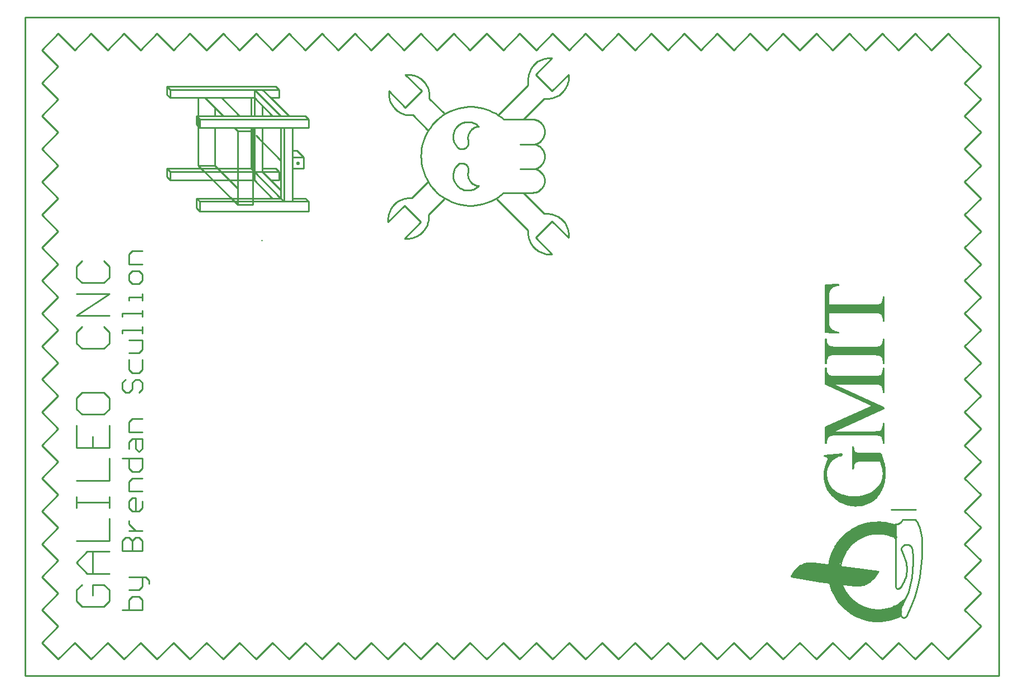
<source format=gtl>
%FSLAX34Y34*%
%MOMM*%
%ADD10C,0.253999*%
%ADD11C,0.127000*%
G54D10*
X0Y0D02*
X1477499D01*
Y999999*
X0*
Y0*
X24999Y49999D02*
X49999Y24999D01*
X74999Y49999*
X99999Y24999*
X124999Y49999*
X149999Y24999*
X174999Y49999*
X199999Y24999*
X224999Y49999*
X249999Y24999*
X274999Y49999*
X299999Y24999*
X324999Y49999*
X349999Y24999*
X374999Y49999*
X399999Y24999*
X424999Y49999*
X449999Y24999*
X474999Y49999*
X499999Y24999D01*
X524999Y49999*
X549999Y24999*
X574999Y49999*
X599999Y24999*
X624999Y49999*
X649999Y24999*
X674999Y49999*
X699999Y24999*
X724999Y49999*
X749999Y24999*
X774999Y49999*
X799999Y24999*
X824999Y49999*
X849999Y24999*
X874999Y49999*
X899999Y24999*
X924999Y49999*
X949999Y24999*
X974999Y49999*
X999999Y24999*
X1024999Y49999*
X1049999Y24999*
X1074999Y49999*
X1099999Y24999*
X1124999Y49999*
X1149999Y24999*
X1174999Y49999*
X1199999Y24999*
X1224999Y49999*
X1249999Y24999*
X1274999Y49999*
X1299999Y24999*
X1324999Y49999*
X1349999Y24999*
X1374999Y49999*
X1399999Y24999D01*
X1424999Y49999*
X1399999Y24999*
X1424999Y49999D02*
X1449999Y74999D01*
X1424999Y99999*
X1449999Y124999*
X1424999Y149999*
X1449999Y174999*
X1424999Y199999*
X1449999Y224999*
X1424999Y249999*
X1449999Y274999*
X1424999Y299999*
X1449999Y324999*
X1424999Y349999*
X1449999Y374999*
X1424999Y399999*
X1449999Y424999*
X1424999Y449999*
X1449999Y474999*
X1424999Y499999*
X1449999Y524999*
X1424999Y549999*
X1449999Y574999*
X1424999Y599999*
X1449999Y624999*
X1424999Y649999*
X1449999Y674999*
X1424999Y699999*
X1449999Y724999*
X1424999Y749999*
X1449999Y774999*
X1424999Y799999*
X1449999Y824999*
X1424999Y849999*
X1449999Y874999*
X1424999Y899999*
X1449999Y924999*
X1424999Y949999*
X1399999Y974999D01*
X1374999Y949999*
X1349999Y974999*
X1324999Y949999*
X1299999Y974999*
X1274999Y949999*
X1249999Y974999*
X1224999Y949999*
X1199999Y974999*
X1174999Y949999D01*
X1149999Y974999*
X1124999Y949999*
X1099999Y974999*
X1074999Y949999*
X1049999Y974999*
X1024999Y949999*
X999999Y974999*
X974999Y949999*
X949999Y974999*
X924999Y949999*
X899999Y974999D01*
X874999Y949999*
X849999Y974999*
X824999Y949999*
X799999Y974999*
X774999Y949999*
X749999Y974999*
X724999Y949999*
X699999Y974999*
X674999Y949999*
X649999Y974999*
X624999Y949999D01*
X599999Y974999*
X574999Y949999*
X549999Y974999*
X524999Y949999*
X499999Y974999*
X474999Y949999*
X449999Y974999*
X424999Y949999*
X399999Y974999*
X374999Y949999*
X349999Y974999*
X324999Y949999*
X299999Y974999*
X274999Y949999*
X249999Y974999*
X224999Y949999D01*
X199999Y974999*
X174999Y949999*
X149999Y974999*
X124999Y949999*
X99999Y974999*
X74999Y949999*
X49999Y974999*
X24999Y949999*
X49999Y924999*
X24999Y899999*
X49999Y874999*
X24999Y849999*
X49999Y824999*
X24999Y799999*
X49999Y774999*
X24999Y749999*
X49999Y724999*
X24999Y699999*
X49999Y674999*
X24999Y649999*
X49999Y624999*
X24999Y599999*
X49999Y574999*
X24999Y549999*
X49999Y524999*
X24999Y499999*
X49999Y474999D01*
X24999Y449999*
X49999Y424999*
X24999Y399999*
X49999Y374999*
X24999Y349999*
X49999Y324999*
X24999Y299999*
X49999Y274999*
X24999Y249999*
X49999Y224999*
X24999Y199999*
X49999Y174999*
X24999Y149999*
X49999Y124999*
X24999Y99999*
X49999Y74999*
X24999Y49999*
X77515Y113330D02*
X85846Y104999D01*
X119168*
X127499Y113330*
Y129991*
X119168Y138322*
X102507*
Y121660*
X77515Y113330D02*
Y129991D01*
X85846Y138322*
X94176Y154983D02*
X77515Y171644D01*
X94176Y188305*
X127499*
X102507*
Y154983*
X94176D02*
X127499D01*
X162504Y119993D02*
X157505Y114994D01*
Y99999*
X147509D02*
X177499D01*
Y114994*
X172501Y119993*
X167502*
X162504*
X187496Y139986D02*
Y144985D01*
X182497Y149983*
X177499*
X157505*
Y129989D02*
X172501D01*
X177499Y134988*
Y149983*
Y189970D02*
Y204965D01*
X172501Y209963*
X167502*
X162504Y204965*
Y189970*
Y204965*
X157505Y209963*
X152507*
X147509Y204965*
Y189970*
X177499*
Y219960D02*
X167502D01*
X162504Y224959*
X157505Y229957*
Y234955*
X162504Y249950D02*
X157505Y254949D01*
Y264946*
X162504Y269944*
X167502*
Y249950*
X172501D02*
X162504D01*
X172501D02*
X177499Y254949D01*
Y264946*
Y219960D02*
X157505D01*
X127499Y238289D02*
Y204967D01*
X77515*
X127499Y254951D02*
Y271612D01*
Y296604D02*
Y329926D01*
Y296604D02*
X77515D01*
Y271612D02*
Y263281D01*
X127499*
Y254951*
X157505Y279941D02*
Y294936D01*
X162504Y299934*
X177499*
Y279941D02*
X157505D01*
X162504Y309931D02*
X157505Y314929D01*
Y329925*
X147509D02*
X177499D01*
Y314929*
X172501Y309931*
X162504*
X172501Y339921D02*
X167502Y344920D01*
Y359915*
X162504D02*
X177499D01*
Y344920*
X172501Y339921*
X157505Y344920D02*
Y354916D01*
X162504Y359915*
X157505Y369912D02*
Y384907D01*
X162504Y389905*
X177499*
Y369912D02*
X157505D01*
X127499Y379910D02*
Y346588D01*
X77515*
Y379910*
Y404902D02*
X85846Y396571D01*
X119168*
X127499Y404902*
Y421563*
X119168Y429895*
X85846*
X77515Y421563*
Y404902*
X102507Y363249D02*
Y346588D01*
X77515Y271612D02*
Y254951D01*
X152507Y429892D02*
X157505D01*
X162504Y434891*
Y444887*
X167502Y449886*
X172501*
X177499Y444887*
Y434891*
X172501Y429892*
X152507D02*
X147509Y434891D01*
Y444887*
X152507Y449886*
X157505Y464881D02*
X162504Y459882D01*
X172501*
X177499Y464881*
Y479876*
X172501Y489873D02*
X177499Y494871D01*
Y509866*
X157505*
Y489873D02*
X172501D01*
X157505Y479876D02*
Y464881D01*
X119168Y496539D02*
X127499Y504870D01*
Y521531*
X119168Y529862*
Y496539D02*
X85846D01*
X77515Y504870*
Y521531*
X85846Y529862*
X127499Y546523D02*
X77515D01*
X127499Y579846*
X77515*
X119168Y596507D02*
X127499Y604837D01*
Y621499*
X119168Y629829*
Y596507D02*
X85846D01*
X77515Y604837*
Y621499*
X85846Y629829*
X157505Y574845D02*
Y569847D01*
Y574845D02*
X177499D01*
Y579844*
Y569847*
Y554852D02*
Y549853D01*
X147509*
Y544855*
Y524862D02*
Y519863D01*
Y524862D02*
X177499D01*
Y529860*
Y519863*
Y544855D02*
Y554852D01*
Y599837D02*
Y609834D01*
X172501Y614832*
X162504*
X157505Y609834*
Y599837*
X162504Y594839*
X172501*
X177499Y599837*
Y624829D02*
X157505D01*
Y639824*
X162504Y644823*
X177499*
X259999Y709999D02*
Y724999D01*
X387499*
Y832499*
Y849999D02*
X347499Y889999D01*
Y877499*
X374999Y849999*
X359999D02*
Y864999D01*
Y889999D02*
X372499Y877499D01*
X399999Y849999*
X404999Y832499D02*
X429999D01*
Y844999*
X424999Y849999*
X259999*
X264999Y844999*
X429999*
X404999Y832499D02*
X392499D01*
X264999*
Y844999*
X259999Y849999D02*
Y837499D01*
X264999Y832499*
X287499D02*
Y774999D01*
X322499Y739999*
X347499Y752499D02*
X374999Y724999D01*
X387499D02*
X392499Y719999D01*
Y832499*
X404999D02*
Y719999D01*
Y722499*
Y724999D02*
X424999D01*
X429999Y719999*
X264999*
X259999Y724999*
X264999Y719999D02*
Y704999D01*
X274999*
X429999*
Y719999*
X422499Y769999D02*
Y787499D01*
X412499Y797499*
X404999*
Y787499D02*
X422499D01*
X414999Y779999D02*
X412499D01*
X414999Y777499*
Y779999*
X412499D02*
Y777499D01*
X414999*
X422499Y769999D02*
X404999D01*
X379999D02*
X384999Y764999D01*
Y752499*
X372499*
X387499Y737499D02*
X359999Y764999D01*
Y832499*
X372499Y877499D02*
X384999D01*
Y889999*
X379999Y894999*
X214999*
X219999Y889999*
X384999*
X347499Y877499D02*
Y849999D01*
X342499D02*
Y877499D01*
X347499*
X219999*
Y889999*
Y877499D02*
X214999Y882499D01*
Y894999*
X262499Y877499D02*
Y774999D01*
X287499*
X347499Y752499D02*
Y764999D01*
Y832499*
X342499D02*
X347499Y827499D01*
X322499*
X317500Y832499*
X299999Y849999D02*
X272499Y877499D01*
X286249Y863749D02*
X287499Y862499D01*
Y849999*
X349999Y819999D02*
X387499Y782499D01*
X379999Y769999D02*
X359999D01*
X384999Y764999D02*
X222499D01*
X219999*
Y752499*
X347499*
X344999Y714999D02*
Y827499D01*
X342499Y832499D02*
Y769999D01*
X347499Y764999*
X387499Y724999*
X342499Y769999D02*
X214999D01*
X219999Y764999*
Y752499D02*
X214999Y757499D01*
Y769999*
X259999Y709999D02*
X264999Y704999D01*
X317500Y719999D02*
X322499Y714999D01*
X344999*
X322499D02*
Y827499D01*
X324999Y849999D02*
X297499Y877499D01*
X262499Y774999D02*
X317500Y719999D01*
X358749Y660753D02*
D01*
X550499Y689004D02*
D01*
X575499Y714004*
X600499Y689004*
X575499Y664004*
D01*
X577776Y663822*
X580059Y663799*
X582338Y663935*
X584603Y664230*
X586841Y664682*
X589043Y665289*
X591196Y666048*
X593292Y666955*
X595319Y668007*
X597267Y669198*
X599128Y670521*
X600892Y671971*
X602551Y673540*
X604096Y675222*
X605520Y677007*
X606816Y678887*
X607978Y680853*
X609000Y682895*
X609877Y685003*
X610604Y687168*
X611179Y689378*
X611599Y691622*
X611860Y693891*
X611963Y696172*
X611907Y698455*
X611749Y700254*
X635499Y724004*
X610499Y749004D02*
X586749Y725254D01*
D01*
X584473Y725437*
X582190Y725460*
X579910Y725324*
X577646Y725029*
X575408Y724577*
X573206Y723970*
X571053Y723211*
X568957Y722303*
X566930Y721252*
X564981Y720061*
X563121Y718738*
X561357Y717288*
X559698Y715718*
X558153Y714037*
X556729Y712252*
X555432Y710372*
X554271Y708406*
X553249Y706364*
X552372Y704255*
X551644Y702091*
X551070Y699881*
X550650Y697636*
X550388Y695368*
X550285Y693087*
X550342Y690804*
X550499Y689004*
X656980Y776564D02*
D01*
X655823Y775501*
X654743Y774359*
X653745Y773145*
X652834Y771865*
X652015Y770523*
X651291Y769129*
X650666Y767686*
X650144Y766204*
X649726Y764689*
X649415Y763149*
X649212Y761590*
X649118Y760021*
X649134Y758450*
X649260Y756883*
X649494Y755329*
X649836Y753795*
X650285Y752289*
X650837Y750818*
X651491Y749389*
X652243Y748008*
X653089Y746684*
X654026Y745422*
X655048Y744228*
X656151Y743109*
X657330Y742069*
X658578Y741114*
X659889Y740249*
X661259Y739477*
X662678Y738802*
X664141Y738228*
X665641Y737758*
X667169Y737393*
X668720Y737136*
X670284Y736987*
X671855Y736948*
X673425Y737019*
X674986Y737199*
X676532Y737488*
X678053Y737883*
X679542Y738384*
X680993Y738988*
X682399Y739691*
X683752Y740490*
X685046Y741382*
X686274Y742362*
X687432Y743426*
X687999Y744004*
X672295Y766607D02*
D01*
X671975Y765423*
X671738Y764220*
X671585Y763003*
X671517Y761778*
X671535Y760552*
X671639Y759330*
X671827Y758118*
X672100Y756922*
X672456Y755748*
X672892Y754602*
X673408Y753489*
X673999Y752414*
X674665Y751384*
X675400Y750402*
X676202Y749475*
X677067Y748605*
X677991Y747798*
X678968Y747057*
X679995Y746386*
X681066Y745788*
X682177Y745267*
X683320Y744825*
X684492Y744463*
X685687Y744184*
X686898Y743988*
X687992Y743885*
X715499Y724004D02*
X762999Y676504D01*
D01*
X762817Y674228*
X762794Y671945*
X762930Y669665*
X763225Y667401*
X763677Y665163*
X764284Y662961*
X765043Y660808*
X765951Y658712*
X767002Y656685*
X768193Y654736*
X769516Y652876*
X770966Y651111*
X772535Y649453*
X774217Y647908*
X776002Y646484*
X777882Y645187*
X779848Y644026*
X781890Y643004*
X783998Y642127*
X786163Y641399*
X788373Y640824*
X790617Y640405*
X792886Y640143*
X795167Y640040*
X797450Y640097*
X799249Y640254*
X774249Y665254*
X799249Y690254*
X824249Y665254*
D01*
X824432Y667531*
X824455Y669814*
X824319Y672093*
X824024Y674358*
X823572Y676596*
X822965Y678797*
X822206Y680951*
X821298Y683047*
X820247Y685074*
X819056Y687022*
X817733Y688883*
X816283Y690647*
X814713Y692306*
X813032Y693851*
X811247Y695275*
X809367Y696571*
X807401Y697733*
X805359Y698755*
X803250Y699632*
X801086Y700360*
X798876Y700934*
X796631Y701354*
X794363Y701616*
X792082Y701718*
X789799Y701662*
X787999Y701504*
X787504*
X755499Y733508*
X770004D02*
D01*
X771269Y733562*
X772527Y733703*
X773771Y733932*
X774997Y734247*
X776198Y734647*
X777368Y735130*
X778501Y735693*
X779592Y736334*
X780636Y737049*
X781628Y737836*
X782562Y738689*
X783434Y739606*
X784241Y740582*
X784977Y741611*
X785640Y742689*
X786226Y743811*
X786732Y744971*
X787156Y746163*
X787496Y747382*
X787750Y748622*
X787917Y749876*
X787996Y751139*
X787987Y752405*
X787889Y753667*
X787704Y754919*
X787432Y756155*
X787074Y757369*
X786632Y758555*
X786109Y759707*
X785507Y760820*
X784828Y761888*
X784077Y762907*
X783256Y763870*
X782371Y764774*
X781424Y765614*
X780421Y766386*
X779366Y767086*
X778266Y767710*
X777124Y768257*
X775948Y768722*
X774741Y769105*
X773511Y769402*
X772999Y769499*
D01*
X774297Y769836*
X775568Y770262*
X776807Y770775*
X778006Y771374*
X779161Y772055*
X780265Y772815*
X781314Y773650*
X782302Y774557*
X783225Y775530*
X784077Y776565*
X784855Y777656*
X785555Y778800*
X786173Y779989*
X786707Y781219*
X787154Y782483*
X787512Y783775*
X787778Y785089*
X787952Y786418*
X788033Y787757*
X788021Y789097*
X787915Y790434*
X787716Y791759*
X787425Y793068*
X787044Y794354*
X786574Y795609*
X786017Y796829*
X785377Y798007*
X784656Y799137*
X783858Y800214*
X782987Y801233*
X782047Y802189*
X781042Y803077*
X779978Y803892*
X778860Y804632*
X777693Y805291*
X776482Y805868*
X775234Y806359*
X773956Y806761*
X772999Y806999*
X750499*
X772999D02*
D01*
X774297Y807336*
X775568Y807762*
X776807Y808276*
X778006Y808874*
X779161Y809555*
X780265Y810315*
X781314Y811150*
X782302Y812057*
X783225Y813030*
X784077Y814064*
X784855Y815156*
X785555Y816300*
X786173Y817489*
X786707Y818719*
X787154Y819983*
X787512Y821275*
X787778Y822589*
X787952Y823918*
X788033Y825257*
X788021Y826597*
X787915Y827934*
X787716Y829259*
X787425Y830568*
X787044Y831854*
X786574Y833109*
X786017Y834329*
X785377Y835507*
X784656Y836637*
X783858Y837714*
X782987Y838733*
X782047Y839689*
X781042Y840577*
X779978Y841392*
X778860Y842132*
X777693Y842791*
X776482Y843368*
X775234Y843858*
X773956Y844261*
X772999Y844499*
X770004*
X725949*
D01*
X721955Y847884*
X717735Y850981*
X713309Y853776*
X708698Y856256*
X703926Y858408*
X699015Y860222*
X693990Y861689*
X688875Y862802*
X683694Y863555*
X678474Y863945*
X673239Y863970*
X668015Y863630*
X662828Y862926*
X657702Y861862*
X652663Y860443*
X647735Y858676*
X642943Y856570*
X638309Y854134*
X633856Y851381*
X629606Y848325*
X625580Y844979*
X621797Y841361*
X618275Y837487*
X615033Y833377*
X612085Y829051*
X609446Y824530*
X607128Y819836*
X605144Y814992*
X603503Y810020*
X602212Y804947*
X601278Y799796*
X600706Y794593*
X600498Y789362*
X600656Y784129*
X601179Y778920*
X602063Y773760*
X603305Y768675*
X604899Y763689*
X606837Y758826*
X609109Y754109*
X611705Y749563*
X614612Y745209*
X617815Y741069*
X621299Y737162*
X625047Y733507*
X629041Y730123*
X633262Y727026*
X637688Y724231*
X642298Y721751*
X647071Y719599*
X651981Y717785*
X657007Y716318*
X662122Y715205*
X667302Y714452*
X672523Y714062*
X677758Y714037*
X682982Y714377*
X688169Y715081*
X693295Y716145*
X698334Y717563*
X703261Y719331*
X708054Y721437*
X712688Y723872*
X717141Y726625*
X721390Y729682*
X725417Y733028*
X725949Y733508*
X770004*
X772999Y769499D02*
X750499D01*
X755499Y844499D02*
X787504Y876504D01*
X787999*
D01*
X790276Y876322*
X792559Y876299*
X794838Y876435*
X797103Y876730*
X799341Y877182*
X801542Y877789*
X803696Y878548*
X805792Y879456*
X807819Y880507*
X809767Y881698*
X811628Y883021*
X813392Y884471*
X815051Y886040*
X816596Y887722*
X818020Y889507*
X819316Y891387*
X820478Y893353*
X821500Y895395*
X822377Y897503*
X823105Y899668*
X823679Y901878*
X824099Y904122*
X824361Y906391*
X824463Y908672*
X824407Y910955*
X824249Y912754*
X799249Y887754*
X774249Y912754*
X799249Y937754*
D01*
X796973Y937937*
X794690Y937960*
X792410Y937824*
X790146Y937529*
X787908Y937077*
X785706Y936470*
X783553Y935711*
X781457Y934803*
X779430Y933752*
X777482Y932561*
X775621Y931238*
X773856Y929788*
X772198Y928218*
X770653Y926537*
X769229Y924752*
X767932Y922872*
X766771Y920906*
X765749Y918864*
X764872Y916755*
X764144Y914591*
X763569Y912381*
X763150Y910136*
X762888Y907868*
X762785Y905587*
X762842Y903304*
X762999Y901504*
Y896504*
X717999Y851504*
X687992Y834122D02*
D01*
X686772Y834003*
X685562Y833799*
X684370Y833512*
X683200Y833141*
X682060Y832690*
X680953Y832161*
X679886Y831556*
X678864Y830877*
X677892Y830130*
X676975Y829316*
X676116Y828440*
X675320Y827506*
X674592Y826519*
X673934Y825484*
X673350Y824406*
X672843Y823289*
X672415Y822139*
X672068Y820963*
X671804Y819765*
X671624Y818552*
X671529Y817329*
X671520Y816102*
X671596Y814878*
X671758Y813662*
X672004Y812460*
X672295Y811400*
X656896Y801310D02*
D01*
X657506Y800954*
X658139Y800642*
X658792Y800374*
X659462Y800152*
X660146Y799978*
X660840Y799851*
X661542Y799774*
X662247Y799746*
X662953Y799767*
X663655Y799837*
X664351Y799955*
X665037Y800123*
X665709Y800337*
X666365Y800598*
X667001Y800904*
X667614Y801254*
X668202Y801646*
X668760Y802077*
X669287Y802547*
X669780Y803052*
X670237Y803590*
X670654Y804159*
X671032Y804756*
X671366Y805377*
X671657Y806021*
X671902Y806683*
X672100Y807360*
X672250Y808050*
X672352Y808748*
X672405Y809452*
X672409Y810158*
X672363Y810863*
X672295Y811400*
Y766607D02*
D01*
X672379Y767308*
X672413Y768013*
X672398Y768719*
X672333Y769422*
X672220Y770119*
X672059Y770806*
X671850Y771480*
X671594Y772138*
X671293Y772776*
X670948Y773392*
X670562Y773982*
X670135Y774545*
X669669Y775075*
X669168Y775572*
X668634Y776034*
X668068Y776456*
X667475Y776838*
X666856Y777178*
X666215Y777473*
X665555Y777724*
X664880Y777927*
X664191Y778084*
X663494Y778191*
X662790Y778250*
X662085Y778259*
X661380Y778219*
X660680Y778131*
X659987Y777993*
X659306Y777808*
X658640Y777576*
X657991Y777297*
X657363Y776974*
X656896Y776697*
X687999Y834004D02*
D01*
X686881Y835109*
X685689Y836132*
X684428Y837070*
X683104Y837918*
X681725Y838671*
X680296Y839326*
X678825Y839880*
X677320Y840331*
X675786Y840674*
X674232Y840911*
X672666Y841038*
X671094Y841055*
X669525Y840964*
X667967Y840762*
X666426Y840452*
X664911Y840036*
X663428Y839515*
X661985Y838892*
X660589Y838170*
X659247Y837352*
X657965Y836443*
X656750Y835446*
X655608Y834367*
X654543Y833211*
X653561Y831983*
X652668Y830690*
X651867Y829338*
X651162Y827933*
X650557Y826483*
X650055Y824994*
X649658Y823473*
X649368Y821928*
X649186Y820367*
X649113Y818797*
X649151Y817226*
X649297Y815661*
X649553Y814111*
X649916Y812582*
X650385Y811081*
X650957Y809618*
X651630Y808198*
X652401Y806828*
X653265Y805515*
X654219Y804266*
X655257Y803086*
X656376Y801982*
X656980Y801443*
X635499Y854004D02*
X612999Y876504D01*
D01*
X613182Y878781*
X613205Y881064*
X613069Y883343*
X612774Y885608*
X612322Y887846*
X611715Y890048*
X610956Y892201*
X610048Y894297*
X608997Y896324*
X607806Y898272*
X606483Y900133*
X605033Y901897*
X603463Y903556*
X601782Y905101*
X599997Y906525*
X598117Y907821*
X596151Y908983*
X594109Y910005*
X592000Y910882*
X589836Y911610*
X587626Y912184*
X585381Y912604*
X583113Y912865*
X580832Y912968*
X578549Y912912*
X576749Y912754*
X601749Y887754D01*
X576749Y862754*
X551749Y887754*
D01*
X551567Y885478*
X551544Y883195*
X551680Y880915*
X551975Y878651*
X552427Y876413*
X553034Y874211*
X553793Y872058*
X554701Y869962*
X555752Y867935*
X556943Y865986*
X558266Y864126*
X559716Y862362*
X561285Y860703*
X562967Y859158*
X564752Y857734*
X566632Y856437*
X568598Y855276*
X570640Y854254*
X572748Y853377*
X574913Y852649*
X577123Y852075*
X579367Y851655*
X581636Y851393*
X583917Y851290*
X586200Y851347*
X587999Y851504*
X610499Y829004*
X1181745Y169793D02*
D01*
X1179494Y168805*
X1177316Y167662*
X1175224Y166369*
X1173227Y164934*
X1171335Y163363*
X1169558Y161664*
X1167903Y159845*
X1166379Y157915*
X1164993Y155883*
X1163753Y153760*
X1162663Y151555*
X1162517Y151229*
X1162452Y150931D02*
D01*
X1206187Y142911*
X1250375Y137962*
X1258066Y137417*
D01*
X1260417Y137126*
X1262783Y136999*
X1265152Y137038*
X1267512Y137242*
X1269852Y137610*
X1272161Y138140*
X1273250Y138451*
D01*
X1276028Y139843*
X1278702Y141425*
X1281258Y143190*
X1283686Y145129*
X1285972Y147232*
X1288106Y149490*
X1290077Y151891*
X1291876Y154424*
X1293494Y157076*
X1293999Y157999*
D01*
X1274576Y160883*
X1255126Y163583*
X1235651Y166098*
X1216153Y168429*
X1196634Y170576*
X1196660Y170816D02*
D01*
X1193888Y171053*
X1191106Y171096*
X1188328Y170945*
X1185567Y170601*
X1182837Y170064*
X1181745Y169793*
X1255999Y155999D02*
X1266999D01*
X1270999Y151999*
X1274999*
X1320790Y209596D02*
D01*
X1317126Y211339*
X1313349Y212823*
X1309477Y214039*
X1305531Y214982*
X1301528Y215648*
X1297488Y216032*
X1293431Y216134*
X1289377Y215953*
X1285346Y215490*
X1281357Y214746*
X1277429Y213726*
X1273582Y212434*
X1269835Y210877*
X1266205Y209063*
X1262710Y207000*
X1259369Y204698*
X1256196Y202168*
X1253207Y199424*
X1250416Y196477*
X1247839Y193343*
X1245485Y190037*
X1243369Y186575*
X1241499Y182973*
X1239884Y179250*
X1238534Y175424*
X1237454Y171512*
X1236649Y167535*
X1236123Y163511*
X1235880Y159460*
X1235920Y155403*
X1236242Y151357*
X1236846Y147345*
X1237729Y143384*
X1238885Y139494*
X1240310Y135695*
X1241997Y132004*
X1243937Y128440*
X1246121Y125020*
X1248538Y121760*
X1251177Y118677*
X1254024Y115786*
X1257066Y113100*
X1260288Y110633*
X1263674Y108397*
X1267208Y106402*
X1270873Y104659*
X1274650Y103176*
X1278521Y101960*
X1282468Y101017*
X1286471Y100351*
X1290511Y99966*
X1294568Y99864*
X1298621Y100046*
X1302653Y100509*
X1306642Y101253*
X1310570Y102273*
X1314417Y103565*
X1318164Y105121*
X1321794Y106936*
X1325288Y108999*
X1328630Y111301*
X1331803Y113831*
X1334610Y116397*
X1331228Y108649D02*
D01*
X1330601Y107752*
X1330038Y106814*
X1329542Y105838*
X1329115Y104830*
X1328760Y103795*
X1328477Y102737*
X1328269Y101662*
X1328137Y100576*
X1328080Y99483*
X1328100Y98388*
X1328196Y97298*
X1328205Y97224*
D01*
X1328081Y96613*
X1327999Y95994*
X1327961Y95371*
X1327966Y94746*
X1328015Y94124*
X1328107Y93507*
X1328242Y92897*
X1328419Y92299*
X1328637Y91714*
X1328896Y91145*
X1329193Y90597*
X1329529Y90070*
X1329900Y89568*
X1330305Y89093*
X1330520Y88867*
D01*
X1330815Y88704*
X1331120Y88563*
X1331434Y88442*
X1331755Y88344*
X1332083Y88269*
X1332415Y88216*
X1332750Y88187*
X1333087Y88181*
X1333423Y88199*
X1333756Y88241*
X1334086Y88305*
X1334411Y88392*
X1334729Y88502*
X1335039Y88634*
X1335338Y88786*
X1335626Y88960*
X1335902Y89153*
X1336163Y89365*
X1336409Y89594*
X1336638Y89841*
X1336850Y90102*
X1337042Y90378*
X1337215Y90666*
X1337368Y90966*
X1337414Y91067*
D01*
X1343796Y105183*
X1349178Y119709*
X1353533Y134575*
X1356840Y149709*
X1359084Y165037*
X1360253Y180483*
X1360342Y195974*
X1360212Y199464*
X1360151Y200746D02*
D01*
X1360306Y204862*
X1360172Y208978*
X1359752Y213076*
X1359047Y217133*
X1358061Y221132*
X1356799Y225052*
X1355266Y228875*
X1353469Y232581*
X1351419Y236153*
X1351094Y236669*
X1350999Y236999D02*
X1330999D01*
X1320883Y230191D02*
D01*
X1321628Y230205*
X1322369Y230271*
X1323104Y230388*
X1323829Y230556*
X1324540Y230775*
X1325235Y231042*
X1325909Y231358*
X1326559Y231719*
X1327183Y232125*
X1327777Y232574*
X1328338Y233063*
X1328863Y233590*
X1329351Y234152*
X1329798Y234747*
X1330203Y235371*
X1330563Y236022*
X1330877Y236697*
X1330999Y236999*
X1313499Y251999D02*
X1350999D01*
X1346041Y189076D02*
D01*
X1345999Y189975*
X1345894Y190868*
X1345727Y191752*
X1345499Y192622*
X1345211Y193475*
X1344864Y194304*
X1344460Y195108*
X1344001Y195882*
X1343489Y196621*
X1343217Y196971*
X1343048Y197048D02*
D01*
X1342594Y197428*
X1342114Y197776*
X1341611Y198089*
X1341088Y198366*
X1340547Y198606*
X1339990Y198808*
X1339420Y198970*
X1338841Y199092*
X1338254Y199174*
X1337663Y199214*
X1337071Y199213*
X1336480Y199171*
X1335894Y199088*
X1335315Y198964*
X1334745Y198799*
X1334189Y198596*
X1333649Y198354*
X1333126Y198075*
X1332624Y197761*
X1332145Y197412*
X1331693Y197030*
X1331267Y196618*
X1330871Y196177*
X1330507Y195710*
X1330177Y195219*
X1329882Y194705*
X1329650Y194232*
D01*
X1329508Y194002*
X1329382Y193762*
X1329273Y193514*
X1329182Y193259*
X1329109Y192999*
X1329054Y192733*
X1329018Y192465*
X1329000Y192195*
X1329002Y191924*
X1329022Y191654*
X1329061Y191386*
X1329119Y191122*
X1329195Y190862*
X1329289Y190608*
X1329401Y190361*
X1329529Y190123*
X1329674Y189893*
X1329735Y189804*
X1336425Y171562D02*
D01*
X1335244Y176265*
X1333737Y180874*
X1331913Y185367*
X1329780Y189721*
X1329735Y189804*
X1330291Y137278D02*
D01*
X1331920Y140079*
X1333349Y142987*
X1334573Y145988*
X1335583Y149066*
X1336377Y152208*
X1336949Y155397*
X1337298Y158618*
X1337421Y161856*
X1337318Y165095*
X1336989Y168318*
X1336436Y171511*
X1336425Y171562*
X1323499Y131999D02*
D01*
X1324081Y132094*
X1324655Y132229*
X1325218Y132404*
X1325767Y132617*
X1326301Y132868*
X1326815Y133156*
X1327308Y133480*
X1327777Y133836*
X1328221Y134225*
X1328636Y134643*
X1329021Y135090*
X1329373Y135562*
X1329692Y136058*
X1329976Y136575*
X1330223Y137110*
X1330291Y137278*
X1320999Y134499D02*
D01*
X1321005Y134325*
X1321024Y134151*
X1321054Y133980*
X1321096Y133810*
X1321150Y133644*
X1321216Y133483*
X1321292Y133326*
X1321379Y133174*
X1321477Y133030*
X1321584Y132892*
X1321701Y132763*
X1321826Y132642*
X1321960Y132529*
X1322102Y132427*
X1322249Y132334*
X1322404Y132252*
X1322563Y132181*
X1322727Y132122*
X1322894Y132074*
X1323065Y132037*
X1323238Y132013*
X1323412Y132001*
X1323499Y131999*
X1320999Y134499D02*
Y219499D01*
X1320866Y219759D02*
Y229132D01*
X1319999Y229999*
X1320554Y228317D02*
D01*
X1315592Y230017*
X1310523Y231367*
X1305372Y232360*
X1300164Y232991*
X1294925Y233257*
X1289680Y233158*
X1284455Y232692*
X1279275Y231863*
X1274166Y230675*
X1269151Y229134*
X1264257Y227246*
X1259506Y225022*
X1254922Y222471*
X1250527Y219607*
X1246343Y216444*
X1242389Y212996*
X1238686Y209281*
X1235250Y205316*
X1232100Y201122*
X1229250Y196718*
X1226714Y192126*
X1224504Y187368*
X1222632Y182468*
X1221106Y177449*
X1219934Y172336*
X1219122Y167153*
X1218673Y161927*
X1218589Y156682*
X1218872Y151443*
X1219520Y146238*
X1220529Y141090*
X1221894Y136025*
X1223610Y131068*
X1225667Y126242*
X1228056Y121572*
X1230765Y117080*
X1233781Y112787*
X1237088Y108716*
X1240672Y104885*
X1244514Y101313*
X1248596Y98018*
X1252898Y95016*
X1257399Y92322*
X1262076Y89948*
X1266908Y87905*
X1271871Y86205*
X1276940Y84856*
X1282091Y83863*
X1287299Y83231*
X1292538Y82965*
X1297783Y83065*
X1303008Y83530*
X1308188Y84359*
X1313297Y85547*
X1318311Y87089*
X1323206Y88976*
X1327956Y91201*
X1328693Y91581*
X1331049Y108699D02*
D01*
X1336139Y118286*
X1340045Y126973*
D01*
X1342896Y137877*
X1344980Y148953*
X1346286Y160147*
X1346808Y171405*
X1346544Y182672*
X1346041Y189076*
X1255999Y155999D02*
X1248999Y148999D01*
Y147999*
X1250999Y145999*
X1264999*
X1266999Y143999*
G54D11*
X1302864Y429897D02*
X1301644D01*
Y432484*
Y432777*
Y433409*
X1301488Y434503*
X1301182Y435877*
X1300723Y437255*
X1300107Y438642*
X1299301Y439931*
X1298074Y441006*
X1297869Y441209*
X1297485Y441402*
X1296846Y441722*
X1295764Y442031*
X1294521Y442341*
X1292731Y442491*
X1290655Y442787*
X1225151*
X1302864Y407175*
Y405793*
X1225151Y370180*
X1289322*
X1290819Y370330*
X1292424Y370476*
X1294203Y370625*
X1296026Y370929*
X1297582Y371395*
X1298253Y371730*
X1298777Y372080*
X1298968Y372271*
X1299293Y372596*
X1299794Y373264*
X1300273Y374223*
X1300725Y375426*
X1301186Y376811*
X1301493Y378498*
X1301644Y380459*
Y383071*
X1302864*
Y352701*
X1301644*
Y355288*
Y355581*
Y356213*
X1301488Y357306*
X1301182Y358681*
X1300723Y360059*
X1300107Y361446*
X1299301Y362735*
X1298074Y363810*
X1297869Y364014*
X1297485Y364206*
X1296846Y364526*
X1295764Y364835*
X1294521Y365146*
X1292731Y365295*
X1290655Y365591*
X1227143*
X1225932Y365440*
X1223077Y364989*
X1221709Y364534*
X1220622Y364126*
X1220327*
X1220040Y363839*
X1219161Y363253*
X1218065Y362158*
X1217416Y361345*
X1216879Y360272*
Y360126*
X1216800Y359967*
X1216487Y359341*
X1216160Y358360*
X1216009Y357155*
X1215713Y355824*
X1215561Y353997*
Y352701*
X1214341*
Y377440*
X1285544Y410074*
X1214341Y442561*
Y467151*
X1215561*
Y464564*
Y464271*
Y463640*
X1215717Y462546*
X1216023Y461172*
X1216483Y459793*
X1217103Y458397*
X1218058Y456964*
X1219473Y455726*
X1219595*
X1219827Y455495*
X1220559Y455311*
X1221447Y455016*
X1222837Y454707*
X1224475Y454558*
X1226700Y454261*
X1289322*
X1290818Y454411*
X1292424Y454557*
X1294203Y454705*
X1296026Y455009*
X1297582Y455476*
X1298253Y455811*
X1298776Y456160*
X1298967Y456350*
X1299293Y456677*
X1299794Y457345*
X1300273Y458304*
X1300725Y459507*
X1301186Y460890*
X1301493Y462578*
X1301644Y464540*
Y467151*
X1302864*
Y429897*
X1214882Y353060D02*
Y377444D01*
Y442722D02*
Y467106D01*
X1215898Y357632D02*
Y377952D01*
Y442214D02*
Y461010D01*
X1216914Y360680D02*
Y378460D01*
Y441706D02*
Y458724D01*
X1217930Y362458D02*
Y378968D01*
Y441198D02*
Y457200D01*
X1218946Y363474D02*
Y379476D01*
Y440690D02*
Y455930D01*
X1219962Y364236D02*
Y379984D01*
Y440182D02*
Y455168D01*
X1220978Y364744D02*
Y380238D01*
Y439928D02*
Y454914D01*
X1221994Y364998D02*
Y380746D01*
Y439420D02*
Y454660D01*
X1223010Y365506D02*
Y381254D01*
Y438912D02*
Y454406D01*
X1224026Y365506D02*
Y381762D01*
Y438404D02*
Y454406D01*
X1225042Y365760D02*
Y369824D01*
Y370586D02*
Y382270D01*
Y437896D02*
Y454406D01*
X1226058Y365760D02*
Y369824D01*
Y370840D02*
Y382778D01*
Y437388D02*
Y442214D01*
Y442976D02*
Y454152D01*
X1227074Y365760D02*
Y369824D01*
Y371348D02*
Y383032D01*
Y437134D02*
Y441706D01*
Y442976D02*
Y453898D01*
X1228090Y365760D02*
Y369824D01*
Y371856D02*
Y383540D01*
Y436626D02*
Y441198D01*
Y442976D02*
Y453898D01*
X1229106Y365760D02*
Y369824D01*
Y372364D02*
Y384048D01*
Y436118D02*
Y440690D01*
Y442976D02*
Y453898D01*
X1230122Y365760D02*
Y369824D01*
Y372872D02*
Y384556D01*
Y435610D02*
Y440182D01*
Y442976D02*
Y453898D01*
X1231138Y365760D02*
Y369824D01*
Y373380D02*
Y385064D01*
Y435102D02*
Y439928D01*
Y442976D02*
Y453898D01*
X1232154Y365760D02*
Y369824D01*
Y373634D02*
Y385572D01*
Y434594D02*
Y439420D01*
Y442976D02*
Y453898D01*
X1233170Y365760D02*
Y369824D01*
Y374142D02*
Y385826D01*
Y434340D02*
Y438912D01*
Y442976D02*
Y453898D01*
X1234186Y365760D02*
Y369824D01*
Y374650D02*
Y386334D01*
Y433832D02*
Y438404D01*
Y442976D02*
Y453898D01*
X1235202Y365760D02*
Y369824D01*
Y375158D02*
Y386842D01*
Y433324D02*
Y437896D01*
Y442976D02*
Y453898D01*
X1236218Y365760D02*
Y369824D01*
Y375666D02*
Y387350D01*
Y432816D02*
Y437388D01*
Y442976D02*
Y453898D01*
X1237234Y365760D02*
Y369824D01*
Y376174D02*
Y387858D01*
Y432308D02*
Y437134D01*
Y442976D02*
Y453898D01*
X1238250Y365760D02*
Y369824D01*
Y376428D02*
Y388112D01*
Y432054D02*
Y436626D01*
Y442976D02*
Y453898D01*
X1239266Y365760D02*
Y369824D01*
Y376936D02*
Y388620D01*
Y431546D02*
Y436118D01*
Y442976D02*
Y453898D01*
X1240282Y365760D02*
Y369824D01*
Y377444D02*
Y389128D01*
Y431038D02*
Y435610D01*
Y442976D02*
Y453898D01*
X1241298Y365760D02*
Y369824D01*
Y377952D02*
Y389636D01*
Y430530D02*
Y435102D01*
Y442976D02*
Y453898D01*
X1242314Y365760D02*
Y369824D01*
Y378460D02*
Y390144D01*
Y430022D02*
Y434594D01*
Y442976D02*
Y453898D01*
X1243330Y365760D02*
Y369824D01*
Y378968D02*
Y390652D01*
Y429514D02*
Y434340D01*
Y442976D02*
Y453898D01*
X1244346Y365760D02*
Y369824D01*
Y379476D02*
Y390906D01*
Y429260D02*
Y433832D01*
Y442976D02*
Y453898D01*
X1245362Y365760D02*
Y369824D01*
Y379730D02*
Y391414D01*
Y428752D02*
Y433324D01*
Y442976D02*
Y453898D01*
X1246378Y365760D02*
Y369824D01*
Y380238D02*
Y391922D01*
Y428244D02*
Y432816D01*
Y442976D02*
Y453898D01*
X1247394Y365760D02*
Y369824D01*
Y380746D02*
Y392430D01*
Y427736D02*
Y432308D01*
Y442976D02*
Y453898D01*
X1248410Y365760D02*
Y369824D01*
Y381254D02*
Y392938D01*
Y427228D02*
Y431800D01*
Y442976D02*
Y453898D01*
X1249426Y365760D02*
Y369824D01*
Y381762D02*
Y393446D01*
Y426720D02*
Y431546D01*
Y442976D02*
Y453898D01*
X1250442Y365760D02*
Y369824D01*
Y382270D02*
Y393700D01*
Y426466D02*
Y431038D01*
Y442976D02*
Y453898D01*
X1251458Y365760D02*
Y369824D01*
Y382524D02*
Y394208D01*
Y425958D02*
Y430530D01*
Y442976D02*
Y453898D01*
X1252474Y365760D02*
Y369824D01*
Y383032D02*
Y394716D01*
Y425450D02*
Y430022D01*
Y442976D02*
Y453898D01*
X1253490Y365760D02*
Y369824D01*
Y383540D02*
Y395224D01*
Y424942D02*
Y429514D01*
Y442976D02*
Y453898D01*
X1254506Y365760D02*
Y369824D01*
Y384048D02*
Y395732D01*
Y424434D02*
Y429006D01*
Y442976D02*
Y453898D01*
X1255522Y365760D02*
Y369824D01*
Y384556D02*
Y396240D01*
Y423926D02*
Y428752D01*
Y442976D02*
Y453898D01*
X1256538Y365760D02*
Y369824D01*
Y385064D02*
Y396494D01*
Y423672D02*
Y428244D01*
Y442976D02*
Y453898D01*
X1257554Y365760D02*
Y369824D01*
Y385318D02*
Y397002D01*
Y423164D02*
Y427736D01*
Y442976D02*
Y453898D01*
X1258570Y365760D02*
Y369824D01*
Y385826D02*
Y397510D01*
Y422656D02*
Y427228D01*
Y442976D02*
Y453898D01*
X1259586Y365760D02*
Y369824D01*
Y386334D02*
Y398018D01*
Y422148D02*
Y426720D01*
Y442976D02*
Y453898D01*
X1260602Y365760D02*
Y369824D01*
Y386842D02*
Y398526D01*
Y421640D02*
Y426212D01*
Y442976D02*
Y453898D01*
X1261618Y365760D02*
Y369824D01*
Y387350D02*
Y399034D01*
Y421132D02*
Y425958D01*
Y442976D02*
Y453898D01*
X1262634Y365760D02*
Y369824D01*
Y387858D02*
Y399288D01*
Y420878D02*
Y425450D01*
Y442976D02*
Y453898D01*
X1263650Y365760D02*
Y369824D01*
Y388366D02*
Y399796D01*
Y420370D02*
Y424942D01*
Y442976D02*
Y453898D01*
X1264666Y365760D02*
Y369824D01*
Y388620D02*
Y400304D01*
Y419862D02*
Y424434D01*
Y442976D02*
Y453898D01*
X1265682Y365760D02*
Y369824D01*
Y389128D02*
Y400812D01*
Y419354D02*
Y423926D01*
Y442976D02*
Y453898D01*
X1266698Y365760D02*
Y369824D01*
Y389636D02*
Y401320D01*
Y418846D02*
Y423418D01*
Y442976D02*
Y453898D01*
X1267714Y365760D02*
Y369824D01*
Y390144D02*
Y401828D01*
Y418338D02*
Y423164D01*
Y442976D02*
Y453898D01*
X1268730Y365760D02*
Y369824D01*
Y390652D02*
Y402082D01*
Y418084D02*
Y422656D01*
Y442976D02*
Y453898D01*
X1269746Y365760D02*
Y369824D01*
Y391160D02*
Y402590D01*
Y417576D02*
Y422148D01*
Y442976D02*
Y453898D01*
X1270762Y365760D02*
Y369824D01*
Y391414D02*
Y403098D01*
Y417068D02*
Y421640D01*
Y442976D02*
Y453898D01*
X1271778Y365760D02*
Y369824D01*
Y391922D02*
Y403606D01*
Y416560D02*
Y421132D01*
Y442976D02*
Y453898D01*
X1272794Y365760D02*
Y369824D01*
Y392430D02*
Y404114D01*
Y416052D02*
Y420624D01*
Y442976D02*
Y453898D01*
X1273810Y365760D02*
Y369824D01*
Y392938D02*
Y404368D01*
Y415798D02*
Y420370D01*
Y442976D02*
Y453898D01*
X1274826Y365760D02*
Y369824D01*
Y393446D02*
Y404876D01*
Y415290D02*
Y419862D01*
Y442976D02*
Y453898D01*
X1275842Y365760D02*
Y369824D01*
Y393954D02*
Y405384D01*
Y414782D02*
Y419354D01*
Y442976D02*
Y453898D01*
X1276858Y365760D02*
Y369824D01*
Y394462D02*
Y405892D01*
Y414274D02*
Y418846D01*
Y442976D02*
Y453898D01*
X1277874Y365760D02*
Y369824D01*
Y394716D02*
Y406400D01*
Y413766D02*
Y418338D01*
Y442976D02*
Y453898D01*
X1278890Y365760D02*
Y369824D01*
Y395224D02*
Y406908D01*
Y413258D02*
Y418084D01*
Y442976D02*
Y453898D01*
X1279906Y365760D02*
Y369824D01*
Y395732D02*
Y407162D01*
Y413004D02*
Y417576D01*
Y442976D02*
Y453898D01*
X1280922Y365760D02*
Y369824D01*
Y396240D02*
Y407670D01*
Y412496D02*
Y417068D01*
Y442976D02*
Y453898D01*
X1281938Y365760D02*
Y369824D01*
Y396748D02*
Y408178D01*
Y411988D02*
Y416560D01*
Y442976D02*
Y453898D01*
X1282954Y365760D02*
Y369824D01*
Y397256D02*
Y408686D01*
Y411480D02*
Y416052D01*
Y442976D02*
Y453898D01*
X1283970Y365760D02*
Y369824D01*
Y397510D02*
Y409194D01*
Y410972D02*
Y415544D01*
Y442976D02*
Y453898D01*
X1284986Y365760D02*
Y369824D01*
Y398018D02*
Y409702D01*
Y410464D02*
Y415290D01*
Y442976D02*
Y453898D01*
X1286002Y365760D02*
Y369824D01*
Y398526D02*
Y414782D01*
Y442976D02*
Y453898D01*
X1287018Y365760D02*
Y369824D01*
Y399034D02*
Y414274D01*
Y442976D02*
Y453898D01*
X1288034Y365760D02*
Y369824D01*
Y399542D02*
Y413766D01*
Y442976D02*
Y453898D01*
X1289050Y365760D02*
Y369824D01*
Y400050D02*
Y413258D01*
Y442976D02*
Y453898D01*
X1290066Y365760D02*
Y370078D01*
Y400304D02*
Y412750D01*
Y442976D02*
Y454152D01*
X1291082Y365760D02*
Y370332D01*
Y400812D02*
Y412496D01*
Y442976D02*
Y454406D01*
X1292098Y365760D02*
Y370332D01*
Y401320D02*
Y411988D01*
Y442976D02*
Y454406D01*
X1293114Y365506D02*
Y370332D01*
Y401828D02*
Y411480D01*
Y442722D02*
Y454406D01*
X1294130Y365506D02*
Y370586D01*
Y402336D02*
Y410972D01*
Y442722D02*
Y454660D01*
X1295146Y365252D02*
Y370586D01*
Y402844D02*
Y410464D01*
Y442468D02*
Y454660D01*
X1296162Y364998D02*
Y370840D01*
Y403352D02*
Y409956D01*
Y442214D02*
Y454914D01*
X1297178Y364744D02*
Y371094D01*
Y403606D02*
Y409702D01*
Y441960D02*
Y455168D01*
X1298194Y363982D02*
Y371856D01*
Y404114D02*
Y409194D01*
Y441198D02*
Y455930D01*
X1299210Y362966D02*
Y372618D01*
Y404622D02*
Y408686D01*
Y440182D02*
Y456692D01*
X1300226Y361696D02*
Y374142D01*
Y405130D02*
Y408178D01*
Y438912D02*
Y458216D01*
X1301242Y358902D02*
Y376936D01*
Y405638D02*
Y407670D01*
Y436118D02*
Y461010D01*
X1302258Y353060D02*
Y382778D01*
Y406146D02*
Y407162D01*
Y430276D02*
Y467106D01*
X1256284Y346353D02*
Y346206D01*
Y345422*
X1256444Y344456*
X1256754Y343371*
X1257215Y342144*
X1257850Y340873*
X1258825Y339735*
X1260222Y338687*
X1260430*
X1260612Y338596*
X1261440Y338265*
X1262518Y338111*
X1263812Y337824*
X1265481Y337520*
X1267589Y337368*
X1297005*
Y337596*
X1297292Y337307*
X1297529Y336952*
X1297804Y336401*
X1298537Y334936*
X1299397Y333072*
X1300268Y330749*
X1301291Y328265*
X1302162Y325508*
X1303011Y322819*
Y322506*
X1303157Y322360*
Y322106*
X1303319Y321458*
X1303605Y320026*
X1303898Y317979*
X1304335Y315646*
X1304624Y312907*
X1304769Y309849*
X1304915Y306496*
Y306217*
Y305374*
X1304772Y304091*
X1304625Y302315*
X1304479Y300142*
X1304046Y297685*
X1303609Y294918*
X1302883Y292016*
X1302016Y288982*
X1300852Y285780*
X1299550Y282453*
X1297961Y279275*
X1296082Y276096*
X1293916Y273063*
X1291471Y270187*
X1288560Y267567*
X1288447Y267454*
X1288072Y267204*
X1287310Y266746*
X1286427Y266011*
X1285292Y265302*
X1283848Y264436*
X1282267Y263573*
X1280382Y262703*
X1278337Y261680*
X1276165Y260812*
X1273860Y259948*
X1271250Y259222*
X1268648Y258500*
X1265919Y258068*
X1263024Y257779*
X1259979Y257634*
X1258875*
X1257996Y257780*
X1256958*
X1255825Y257923*
X1254375Y258067*
X1252941Y258354*
X1249436Y258939*
X1245672Y259952*
X1241623Y261254*
X1237660Y263093*
X1237487Y263267*
X1237002Y263428*
X1236437Y263852*
X1235406Y264294*
X1234437Y264987*
X1233276Y265856*
X1230349Y267906*
X1227169Y270508*
X1223984Y273693*
X1220800Y277311*
X1218149Y281217*
Y281432*
X1217743Y281838*
X1217508Y282308*
X1217215Y283041*
X1216764Y283943*
X1216198Y285075*
X1215768Y286368*
X1215174Y287851*
X1214607Y289411*
X1214175Y291138*
X1213159Y295059*
X1212581Y299539*
X1212290Y304333*
Y304606*
Y305192*
Y306031*
X1212436Y307203*
Y308529*
X1212577Y309934*
X1213169Y313042*
Y313171*
X1213297Y313681*
X1213584Y314685*
X1213883Y315877*
X1214319Y317475*
X1214899Y319506*
X1215622Y321675*
X1216684Y324408*
Y324571*
X1216784Y324869*
X1217100Y325501*
X1217252Y326416*
X1217829Y328003*
X1218003Y328697*
Y329361*
Y329758*
X1217818Y330312*
X1217483Y331150*
X1216751Y332064*
X1216334Y332273*
X1216000Y332440*
X1215561Y332586*
X1214930Y332902*
X1213956Y333064*
X1212918Y333213*
X1212290Y333291*
Y334636*
X1239291Y336875*
Y335709*
X1239629*
X1239264Y335526*
X1238706Y335387*
X1237908Y335068*
X1237005Y334616*
X1236141Y334185*
X1233798Y333160*
X1231134Y331827*
X1228455Y330339*
X1225902Y328537*
X1223673Y326457*
X1223510Y326295*
X1223333Y326117*
X1222865Y325495*
X1222426Y324908*
X1221842Y324178*
X1221099Y323138*
X1220346Y322084*
X1219583Y320711*
X1218245Y317739*
X1216903Y314159*
X1216005Y309969*
X1215856Y307873*
X1215707Y305504*
Y305338*
Y304700*
X1215854Y303821*
Y302638*
X1216160Y301113*
X1216453Y299497*
X1216901Y297556*
X1217498Y295617*
X1218234Y293553*
X1219128Y291317*
X1220180Y289064*
X1221532Y286962*
X1223169Y284728*
X1224973Y282624*
X1227222Y280674*
X1229548Y278930*
X1229769Y278709*
X1230253Y278548*
X1230802Y278136*
X1231717Y277679*
X1232754Y277086*
X1234123Y276478*
X1235731Y275893*
X1237337Y275164*
X1239290Y274411*
X1241521Y273817*
X1243718Y273231*
X1246096Y272636*
X1251429Y271748*
X1254248Y271599*
X1257196Y271452*
X1258582*
X1259461Y271598*
X1260616*
X1261969Y271749*
X1263426Y271895*
X1265053Y272042*
X1268755Y272634*
X1272751Y273522*
X1276753Y274708*
X1280769Y276286*
X1281057*
X1281463Y276692*
X1281933Y276926*
X1282704Y277234*
X1283619Y277845*
X1284644Y278431*
X1286877Y279919*
X1289394Y281844*
X1292063Y284068*
X1294613Y286619*
X1296810Y289757*
Y289955*
X1296843Y290022*
X1297155Y290333*
X1297487Y291162*
X1298220Y292627*
X1299109Y294849*
X1300148Y297372*
X1300896Y300218*
X1301494Y303359*
X1301644Y306495*
Y306803*
Y307389*
Y308304*
X1301493Y309657*
X1301348Y311114*
X1301198Y312759*
X1300458Y316166*
X1300442Y316290*
X1300149Y317103*
X1299854Y317990*
X1299407Y319184*
X1298975Y320480*
X1298371Y322142*
X1296568Y325748*
X1267873*
X1266376Y325598*
X1264911Y325452*
X1263401Y325302*
X1262184Y324997*
X1261224Y324723*
X1260903*
X1260615Y324435*
X1259754Y323861*
X1258475Y322743*
X1257455Y321041*
Y320870*
X1257376Y320711*
X1257044Y320048*
X1256887Y319257*
X1256586Y318206*
X1256433Y316835*
X1256284Y315331*
Y314030*
X1255063*
Y347476*
X1256284*
Y346353*
G54D10*
X1255014Y346353D02*
Y346206D01*
Y345317*
X1255203Y344176*
X1255547Y342973*
X1256049Y341635*
X1256784Y340165*
X1257951Y338803*
X1259798Y337417*
X1260129*
X1261113Y337028*
X1262290Y336861*
X1263560Y336578*
X1265321Y336258*
X1267543Y336098*
X1298275*
Y334514*
X1296304Y336499*
X1296429Y336313*
X1296668Y335833*
X1297392Y334386*
X1298224Y332582*
X1299086Y330284*
X1300096Y327831*
X1300951Y325126*
X1301741Y322623*
Y321980*
X1301887Y321834*
Y321950*
X1302079Y321180*
X1302353Y319811*
X1302644Y317772*
X1303078Y315462*
X1303357Y312810*
X1303500Y309789*
X1303645Y306469*
Y306217*
Y305444*
X1303508Y304214*
X1303359Y302420*
X1303216Y300295*
X1302795Y297905*
X1302363Y295172*
X1301656Y292345*
X1300807Y289374*
X1299663Y286229*
X1298388Y282969*
X1296845Y279883*
X1295016Y276789*
X1292914Y273845*
X1290558Y271074*
X1287686Y268489*
X1287638Y268441*
X1287392Y268277*
X1286572Y267785*
X1285681Y267042*
X1284619Y266379*
X1283217Y265538*
X1281696Y264708*
X1279832Y263847*
X1277816Y262840*
X1275706Y261996*
X1273466Y261156*
X1270910Y260446*
X1268378Y259743*
X1265757Y259328*
X1262930Y259046*
X1259949Y258904*
X1258979*
X1258100Y259050*
X1257037*
X1255967Y259184*
X1254563Y259324*
X1253170Y259603*
X1249707Y260181*
X1246032Y261171*
X1242086Y262439*
X1238401Y264149*
X1238144Y264311*
X1237662Y264520*
X1237078Y264959*
X1236032Y265407*
X1235187Y266011*
X1234021Y266885*
X1231116Y268919*
X1228022Y271450*
X1224910Y274562*
X1221807Y278090*
X1219419Y281608*
Y281958*
X1218787Y282590*
X1218668Y282828*
X1218375Y283561*
X1217900Y284510*
X1217375Y285562*
X1216961Y286805*
X1216360Y288303*
X1215823Y289783*
X1215407Y291446*
X1214408Y295300*
X1213846Y299659*
X1213560Y304371*
Y304606*
Y305192*
Y305952*
X1213706Y307124*
Y308466*
X1213835Y309751*
X1214439Y312922*
Y313014*
X1214523Y313352*
X1214810Y314356*
X1215111Y315556*
X1215544Y317140*
X1216113Y319130*
X1216817Y321244*
X1217954Y324170*
Y324364*
X1217960Y324381*
X1218322Y325104*
X1218486Y326093*
X1219045Y327631*
X1219273Y328540*
Y329361*
Y329965*
X1219010Y330750*
X1218592Y331796*
X1217569Y333074*
X1216904Y333408*
X1216487Y333616*
X1216049Y333762*
X1215327Y334123*
X1214151Y334319*
X1213098Y334470*
X1213560Y334413*
Y333467*
X1238021Y335495*
Y334439*
X1234266*
X1238820Y336725*
X1238315Y336598*
X1237387Y336228*
X1236436Y335752*
X1235602Y335335*
X1233259Y334310*
X1230541Y332951*
X1227779Y331416*
X1225098Y329525*
X1222791Y327371*
X1222614Y327194*
X1222371Y326951*
X1221850Y326257*
X1221422Y325686*
X1220828Y324945*
X1220065Y323875*
X1219271Y322764*
X1218447Y321281*
X1217070Y318222*
X1215681Y314517*
X1214745Y310148*
X1214589Y307963*
X1214437Y305544*
Y305338*
Y304594*
X1214584Y303715*
Y302512*
X1214914Y300863*
X1215209Y299241*
X1215673Y297226*
X1216292Y295217*
X1217046Y293103*
X1217962Y290812*
X1219065Y288449*
X1220484Y286242*
X1222173Y283938*
X1224070Y281726*
X1226424Y279684*
X1228714Y277968*
X1229084Y277599*
X1229656Y277408*
X1230132Y277051*
X1231117Y276559*
X1232180Y275951*
X1233647Y275300*
X1235251Y274716*
X1236845Y273992*
X1238897Y273202*
X1241194Y272590*
X1243390Y272004*
X1245837Y271392*
X1251291Y270484*
X1254181Y270331*
X1257164Y270182*
X1258686*
X1259565Y270328*
X1260686*
X1262109Y270487*
X1263552Y270631*
X1265211Y270781*
X1268994Y271386*
X1273069Y272292*
X1277166Y273506*
X1281009Y275016*
X1281583*
X1282215Y275648*
X1282453Y275766*
X1283298Y276104*
X1284288Y276764*
X1285312Y277350*
X1287615Y278885*
X1290186Y280851*
X1292920Y283129*
X1295589Y285799*
X1298080Y289357*
Y289657*
X1297888Y289270*
X1298237Y289619*
X1298646Y290641*
X1299379Y292106*
X1300288Y294377*
X1301354Y296967*
X1302135Y299937*
X1302759Y303209*
X1302914Y306465*
Y306803*
Y307389*
Y308374*
X1302756Y309797*
X1302612Y311240*
X1302456Y312952*
X1301699Y316436*
X1301668Y316578*
X1301366Y317467*
X1301051Y318413*
X1300604Y319607*
X1300174Y320898*
X1299539Y322644*
X1297353Y327018*
X1267809*
X1266249Y326862*
X1264785Y326716*
X1263183Y326556*
X1261856Y326224*
X1261046Y325993*
X1260377*
X1259806Y325422*
X1258980Y324871*
X1257488Y323567*
X1256185Y321392*
Y321171*
X1256241Y321281*
X1255832Y320463*
X1255651Y319556*
X1255336Y318452*
X1255171Y316975*
X1255014Y315394*
Y315300*
X1256333*
Y346206*
X1255014*
Y346353*
X1251966Y259842D02*
X1267968D01*
X1243330Y262128D02*
X1276096D01*
X1238250Y264414D02*
X1280668D01*
X1234694Y266700D02*
X1284732D01*
X1231646Y268986D02*
X1288288D01*
X1229106Y271272D02*
X1245616D01*
X1269238D02*
X1290320D01*
X1226566Y273558D02*
X1237996D01*
X1277366D02*
X1292352D01*
X1224026Y275844D02*
X1231900D01*
X1282954D02*
X1293876D01*
X1221994Y278130D02*
X1227836D01*
X1287018D02*
X1295400D01*
X1220978Y280416D02*
X1225296D01*
X1290066D02*
X1296924D01*
X1218946Y282702D02*
X1222756D01*
X1292606D02*
X1297940D01*
X1217930Y284988D02*
X1221232D01*
X1295146D02*
X1298956D01*
X1217422Y287274D02*
X1219708D01*
X1297178D02*
X1299972D01*
X1216406Y289560D02*
X1218184D01*
X1298702D02*
X1300480D01*
X1215898Y291846D02*
X1217168D01*
X1299718D02*
X1301496D01*
X1215390Y294132D02*
X1216660D01*
X1300734D02*
X1302004D01*
X1214882Y296418D02*
X1215644D01*
X1301750D02*
X1302004D01*
X1214374Y298704D02*
X1215136D01*
X1302258D02*
X1302512D01*
X1214374Y300990D02*
X1214628D01*
X1302766D02*
X1303528D01*
X1214374Y303276D02*
X1214120D01*
X1303274D02*
X1303528D01*
X1213866Y305562D02*
X1214120D01*
X1303274D02*
X1303528D01*
X1213866Y307848D02*
X1214120D01*
X1303274D02*
X1303528D01*
X1214374Y310134D02*
X1214120D01*
X1303274D02*
X1303528D01*
X1214882Y312420D02*
X1215136D01*
X1302766D02*
X1303528D01*
X1215390Y314706D02*
X1215644D01*
X1302766D02*
X1303528D01*
X1215898Y316992D02*
X1216152D01*
X1255522D02*
X1255776D01*
X1301750D02*
X1302512D01*
X1216914Y319278D02*
X1217168D01*
X1256030D02*
X1255776D01*
X1301242D02*
X1302004D01*
X1217422Y321564D02*
X1218184D01*
X1256538D02*
X1256284D01*
X1300226D02*
X1301496D01*
X1218438Y323850D02*
X1219708D01*
X1256538D02*
X1257808D01*
X1299210D02*
X1300988D01*
X1218946Y326136D02*
X1221232D01*
X1256538D02*
X1261364D01*
X1298194D02*
X1300480D01*
X1219454Y328422D02*
X1223772D01*
X1256538D02*
X1299464D01*
X1219454Y330708D02*
X1226312D01*
X1256538D02*
X1298956D01*
X1217930Y332994D02*
X1230376D01*
X1256538D02*
X1297940D01*
X1235202Y335280D02*
X1237488D01*
X1256538D02*
X1296416D01*
X1298194D02*
X1297940D01*
X1256538Y337566D02*
X1259332D01*
X1256538Y339852D02*
X1256792D01*
X1255522Y344424D02*
X1255776D01*
G54D11*
X1302864Y474427D02*
X1301644D01*
Y476868*
Y477161*
Y477793*
X1301486Y478895*
X1301185Y480098*
X1300885Y481451*
X1300259Y483016*
X1299470Y484279*
X1298397Y485505*
X1298162Y485740*
X1297753Y485944*
X1296980Y486254*
X1296046Y486565*
X1294506Y486873*
X1292728Y487021*
X1290504Y487317*
X1227297*
X1225833Y487171*
X1224368*
X1222825Y487017*
X1221608Y486713*
X1220648Y486438*
X1220327*
X1220051Y486162*
X1219339Y485735*
X1218207Y484764*
X1217314Y483425*
X1217140Y483251*
X1216947Y482866*
X1216633Y482239*
X1216326Y481317*
X1216015Y480384*
X1215865Y479335*
X1215561Y478118*
Y476868*
Y474427*
X1214341*
Y511683*
X1215561*
Y508948*
Y508655*
Y508024*
X1215718Y506921*
X1216019Y505717*
X1216326Y504493*
X1216956Y503074*
X1217900Y501659*
X1219155Y500403*
X1219302*
X1219545Y500161*
X1220427Y499984*
X1221300Y499693*
X1222666Y499389*
X1224472Y499088*
X1226700Y498940*
X1229510Y498791*
X1290059*
X1291377Y498938*
X1292984*
X1294480Y499087*
X1295717Y499242*
X1296845Y499565*
X1297213Y499748*
X1298034Y500241*
X1298996Y501203*
X1300179Y502724*
Y502825*
X1300411Y503057*
X1300594Y503790*
X1300888Y504674*
X1301342Y506637*
X1301644Y508906*
Y511683*
X1302864*
Y474427*
X1214628Y474980D02*
X1215390D01*
X1302004D02*
X1302766D01*
X1214628Y475996D02*
X1215390D01*
X1302004D02*
X1302766D01*
X1214628Y477012D02*
X1215390D01*
X1302004D02*
X1302766D01*
X1214628Y478028D02*
X1215390D01*
X1302004D02*
X1302766D01*
X1214628Y479044D02*
X1215644D01*
X1301750D02*
X1302766D01*
X1214628Y480060D02*
X1215644D01*
X1301496D02*
X1302766D01*
X1214628Y481076D02*
X1216152D01*
X1301496D02*
X1302766D01*
X1214628Y482092D02*
X1216406D01*
X1300988D02*
X1302766D01*
X1214628Y483108D02*
X1216914D01*
X1300480D02*
X1302766D01*
X1214628Y484124D02*
X1217676D01*
X1299972D02*
X1302766D01*
X1214628Y485140D02*
X1218438D01*
X1298956D02*
X1302766D01*
X1214628Y486156D02*
X1219708D01*
X1297178D02*
X1302766D01*
X1214628Y487172D02*
X1225550D01*
X1291844D02*
X1302766D01*
X1214628Y488188D02*
X1302766D01*
X1214628Y489204D02*
X1302766D01*
X1214628Y490220D02*
X1302766D01*
X1214628Y491236D02*
X1302766D01*
X1214628Y492252D02*
X1302766D01*
X1214628Y493268D02*
X1302766D01*
X1214628Y494284D02*
X1302766D01*
X1214628Y495300D02*
X1302766D01*
X1214628Y496316D02*
X1302766D01*
X1214628Y497332D02*
X1302766D01*
X1214628Y498348D02*
X1302766D01*
X1214628Y499364D02*
X1222502D01*
X1295908D02*
X1302766D01*
X1214628Y500380D02*
X1218946D01*
X1298448D02*
X1302766D01*
X1214628Y501396D02*
X1217930D01*
X1299464D02*
X1302766D01*
X1214628Y502412D02*
X1217168D01*
X1300480D02*
X1302766D01*
X1214628Y503428D02*
X1216660D01*
X1300734D02*
X1302766D01*
X1214628Y504444D02*
X1216152D01*
X1301242D02*
X1302766D01*
X1214628Y505460D02*
X1215898D01*
X1301496D02*
X1302766D01*
X1214628Y506476D02*
X1215644D01*
X1301496D02*
X1302766D01*
X1214628Y507492D02*
X1215390D01*
X1301750D02*
X1302766D01*
X1214628Y508508D02*
X1215390D01*
X1302004D02*
X1302766D01*
X1214628Y509524D02*
X1215390D01*
X1302004D02*
X1302766D01*
X1214628Y510540D02*
X1215390D01*
X1302004D02*
X1302766D01*
X1304736Y230364D02*
X1312737D01*
X1315420Y227682*
X1319919*
Y210181*
X1320101Y209999*
X1320155Y210053*
Y210231*
X1319665*
X1317262Y212634*
X1314262*
X1312262Y214634*
X1306262*
X1304262Y216634*
X1290736*
X1289736Y215634*
X1279736*
X1277736Y213634*
X1273736*
X1270736Y210634*
X1265736*
X1260736Y205634*
X1258736*
X1250364Y197263*
Y196263*
X1242364Y188263*
Y184262*
X1238364Y180262*
Y174262*
X1235364Y171262*
Y164364*
X1250736*
X1252736Y162364*
X1265736*
X1267736Y160364*
X1276736*
X1278736Y158364*
X1292736*
X1293364Y157736*
Y156262*
X1284364Y147262*
Y146634*
X1283736*
X1277736Y140634*
X1274535*
X1271535Y137634*
X1248262*
X1246262Y139634*
X1238364*
Y135736*
X1242364Y131736*
Y127736*
X1260364Y109736*
Y108364*
X1264736*
X1269736Y103364*
X1273736*
X1275736Y101364*
X1282736*
X1284736Y99364*
X1298262*
X1299262Y100364*
X1308262*
X1310262Y102364*
X1315262*
X1318262Y105364*
X1322262*
X1326262Y109364*
X1328262*
X1331263Y112364*
X1332364*
Y110262*
X1327364Y105262*
Y97169*
X1327309Y97225*
X1327364Y97282*
Y92012*
X1327795Y91581*
X1326848Y90634*
X1322736*
X1319736Y87634*
X1314736*
X1312736Y85634*
X1304736*
X1302736Y83634*
X1286262*
X1285262Y84634*
X1277262*
X1275262Y86634*
X1270262*
X1268262Y88634*
X1264262*
X1261262Y91634*
X1258262*
X1253262Y96634*
X1250262*
X1240262Y106634*
X1239634*
Y108262*
X1230634Y117262*
Y120262*
X1227634Y123262*
Y126634*
X1226262*
X1223634Y129262*
Y136262*
X1221634Y138262*
Y142634*
X1207263*
X1205263Y144634*
X1199736*
X1198999Y143897*
X1197262Y145634*
X1186262*
X1183262Y148634*
X1172262*
X1170262Y150634*
X1164011*
X1163416Y151230*
X1165634Y153448*
Y156736*
X1176262Y167364*
X1180214*
X1183214Y170364*
X1199736*
X1201736Y168364*
X1216736*
X1219634Y165466*
Y169736*
X1221634Y171736*
Y179736*
X1224634Y182736*
Y188736*
X1228634Y192736*
Y196736*
X1236634Y204736*
Y206736*
X1249262Y219364*
X1253262*
X1258262Y224364*
X1261262*
X1264262Y227364*
X1269262*
X1271262Y229364*
X1275262*
X1277262Y231364*
X1286262*
X1287262Y232364*
X1302736*
X1304736Y230364*
G54D10*
X1304210Y229094D02*
X1312210D01*
X1314893Y226412*
X1318649*
Y209656*
X1320100Y208203*
X1321425Y209527*
Y211501*
X1320191*
X1317788Y213904*
X1314788*
X1312788Y215904*
X1306788*
X1304788Y217904*
X1290210*
X1289210Y216904*
X1279210*
X1277210Y214904*
X1273210*
X1270210Y211904*
X1265210*
X1260210Y206904*
X1258210*
X1249094Y197789*
Y196789*
X1241094Y188789*
Y184788*
X1237094Y180788*
Y174788*
X1234094Y171788*
Y163094*
X1250210*
X1252210Y161094*
X1265210*
X1267210Y159094*
X1276210*
X1278210Y157094*
X1292210*
X1292094Y157210*
Y156788*
X1283094Y147788*
Y147904*
X1283210*
X1277210Y141904*
X1274009*
X1271009Y138904*
X1248788*
X1246788Y140904*
X1237094*
Y135210*
X1241094Y131210*
Y127210*
X1259094Y109210*
Y107094*
X1264210*
X1269210Y102094*
X1273210*
X1275210Y100094*
X1282210*
X1284210Y98094*
X1298788*
X1299788Y99094*
X1308788*
X1310788Y101094*
X1315788*
X1318788Y104094*
X1322788*
X1326788Y108094*
X1328788*
X1331788Y111094*
X1331094*
Y110788*
X1326094Y105788*
Y100245*
X1329100Y97225*
X1326094Y94206*
Y91486*
X1325999Y91581*
X1326322Y91904*
X1322210*
X1319210Y88904*
X1314210*
X1312210Y86904*
X1304210*
X1302210Y84904*
X1286788*
X1285788Y85904*
X1277788*
X1275788Y87904*
X1270788*
X1268788Y89904*
X1264788*
X1261788Y92904*
X1258788*
X1253788Y97904*
X1250788*
X1240788Y107904*
X1240904*
Y108788*
X1231904Y117788*
Y120788*
X1228904Y123788*
Y127904*
X1226789*
X1224904Y129788*
Y136788*
X1222904Y138788*
Y143904*
X1207789*
X1205789Y145904*
X1199210*
X1198999Y145693*
X1197788Y146904*
X1186788*
X1183788Y149904*
X1172788*
X1170788Y151904*
X1164537*
X1165212Y151230*
X1166904Y152922*
Y156210*
X1176788Y166094*
X1180740*
X1183740Y169094*
X1199210*
X1201210Y167094*
X1216210*
X1220904Y162400*
Y169210*
X1222904Y171210*
Y179210*
X1225904Y182210*
Y188210*
X1229904Y192210*
Y196210*
X1237904Y204210*
Y206210*
X1249788Y218094*
X1253788*
X1258788Y223094*
X1261788*
X1264788Y226094*
X1269788*
X1271788Y228094*
X1275788*
X1277788Y230094*
X1286788*
X1287788Y231094*
X1302210*
X1304210Y229094*
X1278382Y85852D02*
X1303020D01*
X1270762Y88138D02*
X1313180D01*
X1264666Y90424D02*
X1320292D01*
X1262634Y92710D02*
X1325880D01*
X1257046Y94996D02*
X1326388D01*
X1255014Y97282D02*
X1328928D01*
X1249426Y99568D02*
X1282192D01*
X1309878D02*
X1326388D01*
X1247394Y101854D02*
X1273048D01*
X1316990D02*
X1325880D01*
X1244854Y104140D02*
X1266952D01*
X1323086D02*
X1325880D01*
X1242822Y106426D02*
X1264412D01*
X1325626D02*
X1326388D01*
X1241298Y108712D02*
X1258824D01*
X1239266Y110998D02*
X1256792D01*
X1236726Y113284D02*
X1254760D01*
X1234694Y115570D02*
X1252220D01*
X1232154Y117856D02*
X1250188D01*
X1232154Y120142D02*
X1247648D01*
X1230630Y122428D02*
X1245616D01*
X1229106Y124714D02*
X1243076D01*
X1229106Y127000D02*
X1241044D01*
X1226058Y129286D02*
X1240536D01*
X1225042Y131572D02*
X1240536D01*
X1225042Y133858D02*
X1237996D01*
X1225042Y136144D02*
X1236472D01*
X1223518Y138430D02*
X1236472D01*
X1223518Y140716D02*
X1236472D01*
X1247394D02*
X1272540D01*
X1223518Y143002D02*
X1278128D01*
X1206754Y145288D02*
X1280160D01*
X1186434Y147574D02*
X1282700D01*
X1173226Y149860D02*
X1284732D01*
X1166622Y152146D02*
X1287272D01*
X1167130Y154432D02*
X1289304D01*
X1167638Y156718D02*
X1291844D01*
X1170178Y159004D02*
X1266952D01*
X1172210Y161290D02*
X1251712D01*
X1174750Y163576D02*
X1219200D01*
X1221486D02*
X1233932D01*
X1176782Y165862D02*
X1217168D01*
X1221486D02*
X1233932D01*
X1183386Y168148D02*
X1199896D01*
X1221486D02*
X1233932D01*
X1222502Y170434D02*
X1233932D01*
X1223518Y172720D02*
X1234948D01*
X1223518Y175006D02*
X1236472D01*
X1223518Y177292D02*
X1236472D01*
X1223518Y179578D02*
X1236472D01*
X1226058Y181864D02*
X1237488D01*
X1226058Y184150D02*
X1240028D01*
X1226058Y186436D02*
X1240536D01*
X1226566Y188722D02*
X1240536D01*
X1229106Y191008D02*
X1243076D01*
X1230122Y193294D02*
X1245108D01*
X1230122Y195580D02*
X1247648D01*
X1232154Y197866D02*
X1248664D01*
X1234186Y200152D02*
X1251204D01*
X1236726Y202438D02*
X1253236D01*
X1238250Y204724D02*
X1255776D01*
X1239266Y207010D02*
X1259840D01*
X1241298Y209296D02*
X1262380D01*
X1319530D02*
X1320800D01*
X1243838Y211582D02*
X1264412D01*
X1319022D02*
X1319784D01*
X1245870Y213868D02*
X1272032D01*
X1314958D02*
X1318260D01*
X1248410Y216154D02*
X1278128D01*
X1306830D02*
X1318260D01*
X1254506Y218440D02*
X1318260D01*
X1257046Y220726D02*
X1318260D01*
X1262126Y223012D02*
X1318260D01*
X1264666Y225298D02*
X1318260D01*
X1271778Y227584D02*
X1313180D01*
X1277874Y229870D02*
X1303020D01*
G54D11*
X1234164Y592931D02*
X1234428D01*
X1233798Y592773*
X1232806Y592632*
X1231598Y592481*
X1228917Y591736*
X1227711Y591435*
X1226528Y590927*
X1226339Y590739*
X1225964Y590489*
X1225232Y590050*
X1224312Y589437*
X1223385Y588664*
X1222321Y587601*
X1221385Y586509*
X1220665Y585211*
X1220476Y585022*
X1220287Y584458*
X1220001Y583743*
X1219544Y582677*
X1219239Y581301*
X1218936Y579788*
X1218785Y577994*
X1218637Y576061*
Y562804*
X1289322*
X1290818Y562953*
X1292424Y563100*
X1294203Y563248*
X1296026Y563552*
X1297582Y564019*
X1298253Y564354*
X1298776Y564703*
X1298967Y564893*
X1299293Y565219*
X1299794Y565887*
X1300267Y566834*
X1300724Y567901*
X1301186Y569287*
X1301493Y570973*
X1301644Y572788*
Y575401*
X1302864*
Y538440*
X1301644*
Y541027*
Y541320*
Y541952*
X1301488Y543045*
X1301182Y544420*
X1300723Y545798*
X1300107Y547186*
X1299301Y548474*
X1298074Y549549*
X1297869Y549753*
X1297485Y549945*
X1296846Y550265*
X1295764Y550574*
X1294521Y550885*
X1292731Y551034*
X1290655Y551330*
X1218637*
Y539855*
Y539562*
Y538830*
Y537623*
X1218787Y536270*
X1219083Y533310*
X1219384Y531954*
X1219681Y530766*
X1219725Y530594*
X1220002Y530091*
X1220315Y529464*
X1220778Y528541*
X1221552Y527456*
X1222318Y526537*
X1223392Y525464*
X1224711Y524437*
X1224875Y524274*
X1225436Y523900*
X1226370Y523588*
X1227371Y523159*
X1228884Y522553*
X1230565Y522095*
X1232506Y521797*
X1234164Y521576*
Y520303*
X1214341Y521130*
Y593445*
X1234164Y594271*
Y592931*
X1219708Y520954D02*
X1233932D01*
X1214628Y521970D02*
X1230376D01*
X1214628Y522986D02*
X1227582D01*
X1214628Y524002D02*
X1225296D01*
X1214628Y525018D02*
X1224026D01*
X1214628Y526034D02*
X1222756D01*
X1214628Y527050D02*
X1221740D01*
X1214628Y528066D02*
X1220978D01*
X1214628Y529082D02*
X1220216D01*
X1214628Y530098D02*
X1219708D01*
X1214628Y531114D02*
X1219454D01*
X1214628Y532130D02*
X1219200D01*
X1214628Y533146D02*
X1219200D01*
X1214628Y534162D02*
X1218946D01*
X1214628Y535178D02*
X1218692D01*
X1214628Y536194D02*
X1218438D01*
X1214628Y537210D02*
X1218438D01*
X1214628Y538226D02*
X1218438D01*
X1214628Y539242D02*
X1218438D01*
X1302004D02*
X1302766D01*
X1214628Y540258D02*
X1218438D01*
X1302004D02*
X1302766D01*
X1214628Y541274D02*
X1218438D01*
X1302004D02*
X1302766D01*
X1214628Y542290D02*
X1218438D01*
X1302004D02*
X1302766D01*
X1214628Y543306D02*
X1218438D01*
X1301750D02*
X1302766D01*
X1214628Y544322D02*
X1218438D01*
X1301496D02*
X1302766D01*
X1214628Y545338D02*
X1218438D01*
X1301242D02*
X1302766D01*
X1214628Y546354D02*
X1218438D01*
X1300988D02*
X1302766D01*
X1214628Y547370D02*
X1218438D01*
X1300480D02*
X1302766D01*
X1214628Y548386D02*
X1218438D01*
X1299464D02*
X1302766D01*
X1214628Y549402D02*
X1218438D01*
X1298702D02*
X1302766D01*
X1214628Y550418D02*
X1218438D01*
X1296670D02*
X1302766D01*
X1214628Y551434D02*
X1302766D01*
X1214628Y552450D02*
X1302766D01*
X1214628Y553466D02*
X1302766D01*
X1214628Y554482D02*
X1302766D01*
X1214628Y555498D02*
X1302766D01*
X1214628Y556514D02*
X1302766D01*
X1214628Y557530D02*
X1302766D01*
X1214628Y558546D02*
X1302766D01*
X1214628Y559562D02*
X1302766D01*
X1214628Y560578D02*
X1302766D01*
X1214628Y561594D02*
X1302766D01*
X1214628Y562610D02*
X1302766D01*
X1214628Y563626D02*
X1218438D01*
X1296162D02*
X1302766D01*
X1214628Y564642D02*
X1218438D01*
X1298956D02*
X1302766D01*
X1214628Y565658D02*
X1218438D01*
X1299972D02*
X1302766D01*
X1214628Y566674D02*
X1218438D01*
X1300480D02*
X1302766D01*
X1214628Y567690D02*
X1218438D01*
X1300988D02*
X1302766D01*
X1214628Y568706D02*
X1218438D01*
X1301496D02*
X1302766D01*
X1214628Y569722D02*
X1218438D01*
X1301750D02*
X1302766D01*
X1214628Y570738D02*
X1218438D01*
X1301750D02*
X1302766D01*
X1214628Y571754D02*
X1218438D01*
X1302004D02*
X1302766D01*
X1214628Y572770D02*
X1218438D01*
X1302004D02*
X1302766D01*
X1214628Y573786D02*
X1218438D01*
X1302004D02*
X1302766D01*
X1214628Y574802D02*
X1218438D01*
X1302004D02*
X1302766D01*
X1214628Y575818D02*
X1218438D01*
X1214628Y576834D02*
X1218438D01*
X1214628Y577850D02*
X1218438D01*
X1214628Y578866D02*
X1218692D01*
X1214628Y579882D02*
X1218692D01*
X1214628Y580898D02*
X1218946D01*
X1214628Y581914D02*
X1219200D01*
X1214628Y582930D02*
X1219454D01*
X1214628Y583946D02*
X1219962D01*
X1214628Y584962D02*
X1220216D01*
X1214628Y585978D02*
X1220978D01*
X1214628Y586994D02*
X1221740D01*
X1214628Y588010D02*
X1222502D01*
X1214628Y589026D02*
X1223518D01*
X1214628Y590042D02*
X1225042D01*
X1214628Y591058D02*
X1227074D01*
X1214628Y592074D02*
X1229614D01*
X1214628Y593090D02*
X1233932D01*
X1229614Y594106D02*
X1233932D01*
M02*
</source>
